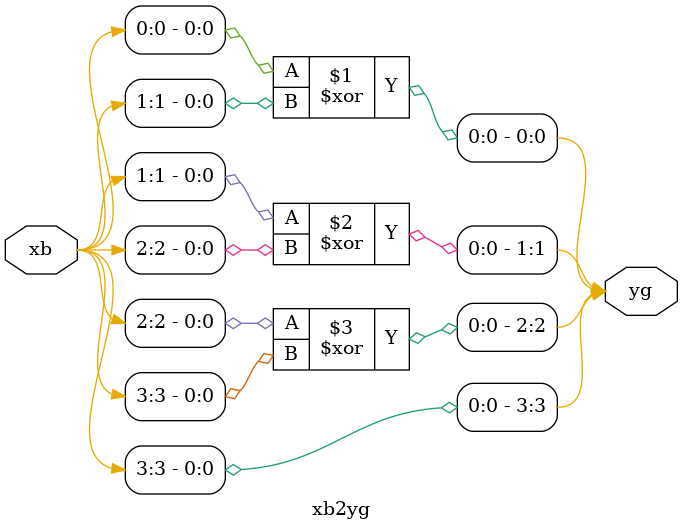
<source format=v>
module xb2yg(input [3:0] xb, output [3:0] yg);
	xor x1 (yg[0], xb[0], xb[1]);
	xor x2 (yg[1], xb[1], xb[2]);
	xor x3 (yg[2], xb[2], xb[3]);
	buf b1 (yg[3], xb[3]);
endmodule
</source>
